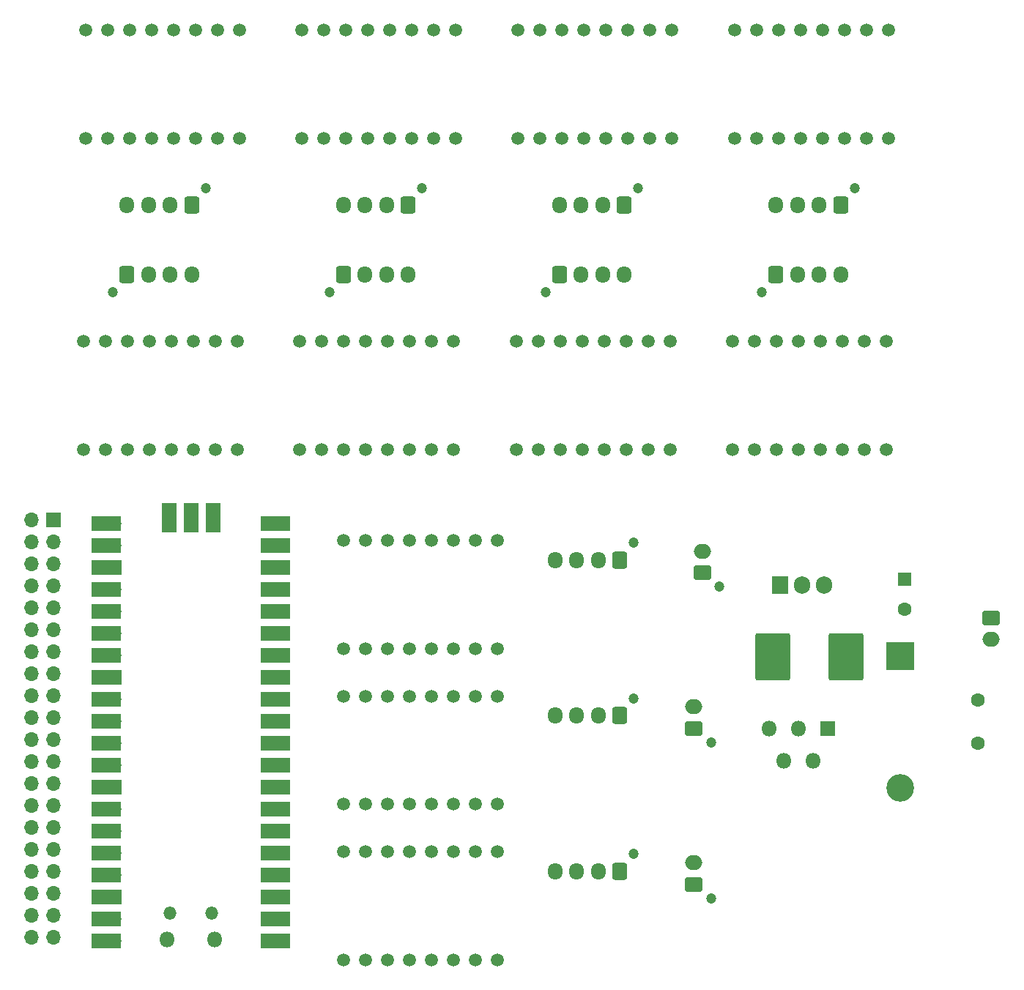
<source format=gbr>
%TF.GenerationSoftware,KiCad,Pcbnew,8.0.8-8.0.8-0~ubuntu24.04.1*%
%TF.CreationDate,2025-06-26T13:06:28-05:00*%
%TF.ProjectId,wasabi,77617361-6269-42e6-9b69-6361645f7063,rev?*%
%TF.SameCoordinates,Original*%
%TF.FileFunction,Soldermask,Top*%
%TF.FilePolarity,Negative*%
%FSLAX46Y46*%
G04 Gerber Fmt 4.6, Leading zero omitted, Abs format (unit mm)*
G04 Created by KiCad (PCBNEW 8.0.8-8.0.8-0~ubuntu24.04.1) date 2025-06-26 13:06:28*
%MOMM*%
%LPD*%
G01*
G04 APERTURE LIST*
G04 Aperture macros list*
%AMRoundRect*
0 Rectangle with rounded corners*
0 $1 Rounding radius*
0 $2 $3 $4 $5 $6 $7 $8 $9 X,Y pos of 4 corners*
0 Add a 4 corners polygon primitive as box body*
4,1,4,$2,$3,$4,$5,$6,$7,$8,$9,$2,$3,0*
0 Add four circle primitives for the rounded corners*
1,1,$1+$1,$2,$3*
1,1,$1+$1,$4,$5*
1,1,$1+$1,$6,$7*
1,1,$1+$1,$8,$9*
0 Add four rect primitives between the rounded corners*
20,1,$1+$1,$2,$3,$4,$5,0*
20,1,$1+$1,$4,$5,$6,$7,0*
20,1,$1+$1,$6,$7,$8,$9,0*
20,1,$1+$1,$8,$9,$2,$3,0*%
G04 Aperture macros list end*
%ADD10C,1.500000*%
%ADD11RoundRect,0.250000X-0.750000X0.600000X-0.750000X-0.600000X0.750000X-0.600000X0.750000X0.600000X0*%
%ADD12O,2.000000X1.700000*%
%ADD13C,1.600000*%
%ADD14C,1.200000*%
%ADD15RoundRect,0.250000X0.600000X0.725000X-0.600000X0.725000X-0.600000X-0.725000X0.600000X-0.725000X0*%
%ADD16O,1.700000X1.950000*%
%ADD17RoundRect,0.250000X-0.600000X-0.725000X0.600000X-0.725000X0.600000X0.725000X-0.600000X0.725000X0*%
%ADD18RoundRect,0.250000X1.750000X2.500000X-1.750000X2.500000X-1.750000X-2.500000X1.750000X-2.500000X0*%
%ADD19O,1.800000X1.800000*%
%ADD20O,1.500000X1.500000*%
%ADD21O,1.700000X1.700000*%
%ADD22R,3.500000X1.700000*%
%ADD23R,1.700000X1.700000*%
%ADD24R,1.700000X3.500000*%
%ADD25R,3.200000X3.200000*%
%ADD26O,3.200000X3.200000*%
%ADD27R,1.800000X1.800000*%
%ADD28RoundRect,0.250000X0.750000X-0.600000X0.750000X0.600000X-0.750000X0.600000X-0.750000X-0.600000X0*%
%ADD29R,1.600000X1.600000*%
%ADD30R,1.905000X2.000000*%
%ADD31O,1.905000X2.000000*%
G04 APERTURE END LIST*
D10*
%TO.C,mp6500stepper_driver3*%
X111000000Y-113750000D03*
X113540000Y-113750000D03*
X116080000Y-113750000D03*
X118620000Y-113750000D03*
X121160000Y-113750000D03*
X123700000Y-113750000D03*
X126240000Y-113750000D03*
X128780000Y-113750000D03*
X111000000Y-126250000D03*
X113540000Y-126250000D03*
X116080000Y-126250000D03*
X118620000Y-126250000D03*
X121160000Y-126250000D03*
X123700000Y-126250000D03*
X126240000Y-126250000D03*
X128780000Y-126250000D03*
%TD*%
D11*
%TO.C,J1*%
X185900000Y-122700000D03*
D12*
X185900000Y-125200000D03*
%TD*%
D13*
%TO.C,C1*%
X184400000Y-132200000D03*
X184400000Y-137200000D03*
%TD*%
D14*
%TO.C,J3*%
X144600000Y-132000000D03*
D15*
X143000000Y-134000000D03*
D16*
X140500000Y-134000000D03*
X138000000Y-134000000D03*
X135500000Y-134000000D03*
%TD*%
D10*
%TO.C,mp6500stepper_driver7*%
X131000000Y-90750000D03*
X133540000Y-90750000D03*
X136080000Y-90750000D03*
X138620000Y-90750000D03*
X141160000Y-90750000D03*
X143700000Y-90750000D03*
X146240000Y-90750000D03*
X148780000Y-90750000D03*
X131000000Y-103250000D03*
X133540000Y-103250000D03*
X136080000Y-103250000D03*
X138620000Y-103250000D03*
X141160000Y-103250000D03*
X143700000Y-103250000D03*
X146240000Y-103250000D03*
X148780000Y-103250000D03*
%TD*%
D14*
%TO.C,J7*%
X84400000Y-85000000D03*
D17*
X86000000Y-83000000D03*
D16*
X88500000Y-83000000D03*
X91000000Y-83000000D03*
X93500000Y-83000000D03*
%TD*%
D14*
%TO.C,J5*%
X144600000Y-114000000D03*
D15*
X143000000Y-116000000D03*
D16*
X140500000Y-116000000D03*
X138000000Y-116000000D03*
X135500000Y-116000000D03*
%TD*%
D14*
%TO.C,J10*%
X159400000Y-85000000D03*
D17*
X161000000Y-83000000D03*
D16*
X163500000Y-83000000D03*
X166000000Y-83000000D03*
X168500000Y-83000000D03*
%TD*%
D10*
%TO.C,mp6500stepper_driver4*%
X99000000Y-67250000D03*
X96460000Y-67250000D03*
X93920000Y-67250000D03*
X91380000Y-67250000D03*
X88840000Y-67250000D03*
X86300000Y-67250000D03*
X83760000Y-67250000D03*
X81220000Y-67250000D03*
X99000000Y-54750000D03*
X96460000Y-54750000D03*
X93920000Y-54750000D03*
X91380000Y-54750000D03*
X88840000Y-54750000D03*
X86300000Y-54750000D03*
X83760000Y-54750000D03*
X81220000Y-54750000D03*
%TD*%
D14*
%TO.C,J15*%
X120100000Y-73000000D03*
D15*
X118500000Y-75000000D03*
D16*
X116000000Y-75000000D03*
X113500000Y-75000000D03*
X111000000Y-75000000D03*
%TD*%
D14*
%TO.C,J8*%
X109400000Y-85000000D03*
D17*
X111000000Y-83000000D03*
D16*
X113500000Y-83000000D03*
X116000000Y-83000000D03*
X118500000Y-83000000D03*
%TD*%
D18*
%TO.C,L1*%
X169150000Y-127200000D03*
X160650000Y-127200000D03*
%TD*%
D10*
%TO.C,mp6500stepper_driver1*%
X111000000Y-131750000D03*
X113540000Y-131750000D03*
X116080000Y-131750000D03*
X118620000Y-131750000D03*
X121160000Y-131750000D03*
X123700000Y-131750000D03*
X126240000Y-131750000D03*
X128780000Y-131750000D03*
X111000000Y-144250000D03*
X113540000Y-144250000D03*
X116080000Y-144250000D03*
X118620000Y-144250000D03*
X121160000Y-144250000D03*
X123700000Y-144250000D03*
X126240000Y-144250000D03*
X128780000Y-144250000D03*
%TD*%
D19*
%TO.C,U2*%
X96115000Y-159890000D03*
D20*
X95815000Y-156860000D03*
X90965000Y-156860000D03*
D19*
X90665000Y-159890000D03*
D21*
X102280000Y-160020000D03*
D22*
X103180000Y-160020000D03*
D21*
X102280000Y-157480000D03*
D22*
X103180000Y-157480000D03*
D23*
X102280000Y-154940000D03*
D22*
X103180000Y-154940000D03*
D21*
X102280000Y-152400000D03*
D22*
X103180000Y-152400000D03*
D21*
X102280000Y-149860000D03*
D22*
X103180000Y-149860000D03*
D21*
X102280000Y-147320000D03*
D22*
X103180000Y-147320000D03*
D21*
X102280000Y-144780000D03*
D22*
X103180000Y-144780000D03*
D23*
X102280000Y-142240000D03*
D22*
X103180000Y-142240000D03*
D21*
X102280000Y-139700000D03*
D22*
X103180000Y-139700000D03*
D21*
X102280000Y-137160000D03*
D22*
X103180000Y-137160000D03*
D21*
X102280000Y-134620000D03*
D22*
X103180000Y-134620000D03*
D21*
X102280000Y-132080000D03*
D22*
X103180000Y-132080000D03*
D23*
X102280000Y-129540000D03*
D22*
X103180000Y-129540000D03*
D21*
X102280000Y-127000000D03*
D22*
X103180000Y-127000000D03*
D21*
X102280000Y-124460000D03*
D22*
X103180000Y-124460000D03*
D21*
X102280000Y-121920000D03*
D22*
X103180000Y-121920000D03*
D21*
X102280000Y-119380000D03*
D22*
X103180000Y-119380000D03*
D23*
X102280000Y-116840000D03*
D22*
X103180000Y-116840000D03*
D21*
X102280000Y-114300000D03*
D22*
X103180000Y-114300000D03*
D21*
X102280000Y-111760000D03*
D22*
X103180000Y-111760000D03*
D21*
X84500000Y-111760000D03*
D22*
X83600000Y-111760000D03*
D21*
X84500000Y-114300000D03*
D22*
X83600000Y-114300000D03*
D23*
X84500000Y-116840000D03*
D22*
X83600000Y-116840000D03*
D21*
X84500000Y-119380000D03*
D22*
X83600000Y-119380000D03*
D21*
X84500000Y-121920000D03*
D22*
X83600000Y-121920000D03*
D21*
X84500000Y-124460000D03*
D22*
X83600000Y-124460000D03*
D21*
X84500000Y-127000000D03*
D22*
X83600000Y-127000000D03*
D23*
X84500000Y-129540000D03*
D22*
X83600000Y-129540000D03*
D21*
X84500000Y-132080000D03*
D22*
X83600000Y-132080000D03*
D21*
X84500000Y-134620000D03*
D22*
X83600000Y-134620000D03*
D21*
X84500000Y-137160000D03*
D22*
X83600000Y-137160000D03*
D21*
X84500000Y-139700000D03*
D22*
X83600000Y-139700000D03*
D23*
X84500000Y-142240000D03*
D22*
X83600000Y-142240000D03*
D21*
X84500000Y-144780000D03*
D22*
X83600000Y-144780000D03*
D21*
X84500000Y-147320000D03*
D22*
X83600000Y-147320000D03*
D21*
X84500000Y-149860000D03*
D22*
X83600000Y-149860000D03*
D21*
X84500000Y-152400000D03*
D22*
X83600000Y-152400000D03*
D23*
X84500000Y-154940000D03*
D22*
X83600000Y-154940000D03*
D21*
X84500000Y-157480000D03*
D22*
X83600000Y-157480000D03*
D21*
X84500000Y-160020000D03*
D22*
X83600000Y-160020000D03*
D21*
X95930000Y-111990000D03*
D24*
X95930000Y-111090000D03*
D23*
X93390000Y-111990000D03*
D24*
X93390000Y-111090000D03*
D21*
X90850000Y-111990000D03*
D24*
X90850000Y-111090000D03*
%TD*%
D25*
%TO.C,D1*%
X175400000Y-127080000D03*
D26*
X175400000Y-142320000D03*
%TD*%
D27*
%TO.C,U1*%
X167000000Y-135500000D03*
D19*
X165300000Y-139200000D03*
X163600000Y-135500000D03*
X161900000Y-139200000D03*
X160200000Y-135500000D03*
%TD*%
D14*
%TO.C,J6*%
X95100000Y-73000000D03*
D15*
X93500000Y-75000000D03*
D16*
X91000000Y-75000000D03*
X88500000Y-75000000D03*
X86000000Y-75000000D03*
%TD*%
D10*
%TO.C,mp6500stepper_driver5*%
X81000000Y-90750000D03*
X83540000Y-90750000D03*
X86080000Y-90750000D03*
X88620000Y-90750000D03*
X91160000Y-90750000D03*
X93700000Y-90750000D03*
X96240000Y-90750000D03*
X98780000Y-90750000D03*
X81000000Y-103250000D03*
X83540000Y-103250000D03*
X86080000Y-103250000D03*
X88620000Y-103250000D03*
X91160000Y-103250000D03*
X93700000Y-103250000D03*
X96240000Y-103250000D03*
X98780000Y-103250000D03*
%TD*%
D14*
%TO.C,J11*%
X154500000Y-119100000D03*
D28*
X152500000Y-117500000D03*
D12*
X152500000Y-115000000D03*
%TD*%
D14*
%TO.C,J12*%
X153500000Y-137100000D03*
D28*
X151500000Y-135500000D03*
D12*
X151500000Y-133000000D03*
%TD*%
D14*
%TO.C,J13*%
X145100000Y-73000000D03*
D15*
X143500000Y-75000000D03*
D16*
X141000000Y-75000000D03*
X138500000Y-75000000D03*
X136000000Y-75000000D03*
%TD*%
D10*
%TO.C,mp6500stepper_driver6*%
X106000000Y-90750000D03*
X108540000Y-90750000D03*
X111080000Y-90750000D03*
X113620000Y-90750000D03*
X116160000Y-90750000D03*
X118700000Y-90750000D03*
X121240000Y-90750000D03*
X123780000Y-90750000D03*
X106000000Y-103250000D03*
X108540000Y-103250000D03*
X111080000Y-103250000D03*
X113620000Y-103250000D03*
X116160000Y-103250000D03*
X118700000Y-103250000D03*
X121240000Y-103250000D03*
X123780000Y-103250000D03*
%TD*%
D14*
%TO.C,J9*%
X134400000Y-85000000D03*
D17*
X136000000Y-83000000D03*
D16*
X138500000Y-83000000D03*
X141000000Y-83000000D03*
X143500000Y-83000000D03*
%TD*%
D10*
%TO.C,mp6500stepper_driver9*%
X124000000Y-67250000D03*
X121460000Y-67250000D03*
X118920000Y-67250000D03*
X116380000Y-67250000D03*
X113840000Y-67250000D03*
X111300000Y-67250000D03*
X108760000Y-67250000D03*
X106220000Y-67250000D03*
X124000000Y-54750000D03*
X121460000Y-54750000D03*
X118920000Y-54750000D03*
X116380000Y-54750000D03*
X113840000Y-54750000D03*
X111300000Y-54750000D03*
X108760000Y-54750000D03*
X106220000Y-54750000D03*
%TD*%
%TO.C,mp6500stepper_driver8*%
X156000000Y-90750000D03*
X158540000Y-90750000D03*
X161080000Y-90750000D03*
X163620000Y-90750000D03*
X166160000Y-90750000D03*
X168700000Y-90750000D03*
X171240000Y-90750000D03*
X173780000Y-90750000D03*
X156000000Y-103250000D03*
X158540000Y-103250000D03*
X161080000Y-103250000D03*
X163620000Y-103250000D03*
X166160000Y-103250000D03*
X168700000Y-103250000D03*
X171240000Y-103250000D03*
X173780000Y-103250000D03*
%TD*%
%TO.C,mp6500stepper_driver2*%
X111000000Y-149750000D03*
X113540000Y-149750000D03*
X116080000Y-149750000D03*
X118620000Y-149750000D03*
X121160000Y-149750000D03*
X123700000Y-149750000D03*
X126240000Y-149750000D03*
X128780000Y-149750000D03*
X111000000Y-162250000D03*
X113540000Y-162250000D03*
X116080000Y-162250000D03*
X118620000Y-162250000D03*
X121160000Y-162250000D03*
X123700000Y-162250000D03*
X126240000Y-162250000D03*
X128780000Y-162250000D03*
%TD*%
D14*
%TO.C,J14*%
X170100000Y-73000000D03*
D15*
X168500000Y-75000000D03*
D16*
X166000000Y-75000000D03*
X163500000Y-75000000D03*
X161000000Y-75000000D03*
%TD*%
D10*
%TO.C,mp6500stepper_driver12*%
X174000000Y-67250000D03*
X171460000Y-67250000D03*
X168920000Y-67250000D03*
X166380000Y-67250000D03*
X163840000Y-67250000D03*
X161300000Y-67250000D03*
X158760000Y-67250000D03*
X156220000Y-67250000D03*
X174000000Y-54750000D03*
X171460000Y-54750000D03*
X168920000Y-54750000D03*
X166380000Y-54750000D03*
X163840000Y-54750000D03*
X161300000Y-54750000D03*
X158760000Y-54750000D03*
X156220000Y-54750000D03*
%TD*%
%TO.C,mp6500stepper_driver11*%
X149000000Y-67250000D03*
X146460000Y-67250000D03*
X143920000Y-67250000D03*
X141380000Y-67250000D03*
X138840000Y-67250000D03*
X136300000Y-67250000D03*
X133760000Y-67250000D03*
X131220000Y-67250000D03*
X149000000Y-54750000D03*
X146460000Y-54750000D03*
X143920000Y-54750000D03*
X141380000Y-54750000D03*
X138840000Y-54750000D03*
X136300000Y-54750000D03*
X133760000Y-54750000D03*
X131220000Y-54750000D03*
%TD*%
D29*
%TO.C,C2*%
X175900000Y-118200000D03*
D13*
X175900000Y-121700000D03*
%TD*%
D23*
%TO.C,J2*%
X77540000Y-111380000D03*
D21*
X75000000Y-111380000D03*
X77540000Y-113920000D03*
X75000000Y-113920000D03*
X77540000Y-116460000D03*
X75000000Y-116460000D03*
X77540000Y-119000000D03*
X75000000Y-119000000D03*
X77540000Y-121540000D03*
X75000000Y-121540000D03*
X77540000Y-124080000D03*
X75000000Y-124080000D03*
X77540000Y-126620000D03*
X75000000Y-126620000D03*
X77540000Y-129160000D03*
X75000000Y-129160000D03*
X77540000Y-131700000D03*
X75000000Y-131700000D03*
X77540000Y-134240000D03*
X75000000Y-134240000D03*
X77540000Y-136780000D03*
X75000000Y-136780000D03*
X77540000Y-139320000D03*
X75000000Y-139320000D03*
X77540000Y-141860000D03*
X75000000Y-141860000D03*
X77540000Y-144400000D03*
X75000000Y-144400000D03*
X77540000Y-146940000D03*
X75000000Y-146940000D03*
X77540000Y-149480000D03*
X75000000Y-149480000D03*
X77540000Y-152020000D03*
X75000000Y-152020000D03*
X77540000Y-154560000D03*
X75000000Y-154560000D03*
X77540000Y-157100000D03*
X75000000Y-157100000D03*
X77540000Y-159640000D03*
X75000000Y-159640000D03*
%TD*%
D14*
%TO.C,J4*%
X144600000Y-150000000D03*
D15*
X143000000Y-152000000D03*
D16*
X140500000Y-152000000D03*
X138000000Y-152000000D03*
X135500000Y-152000000D03*
%TD*%
D30*
%TO.C,Q1*%
X161460000Y-118945000D03*
D31*
X164000000Y-118945000D03*
X166540000Y-118945000D03*
%TD*%
D14*
%TO.C,J16*%
X153500000Y-155100000D03*
D28*
X151500000Y-153500000D03*
D12*
X151500000Y-151000000D03*
%TD*%
M02*

</source>
